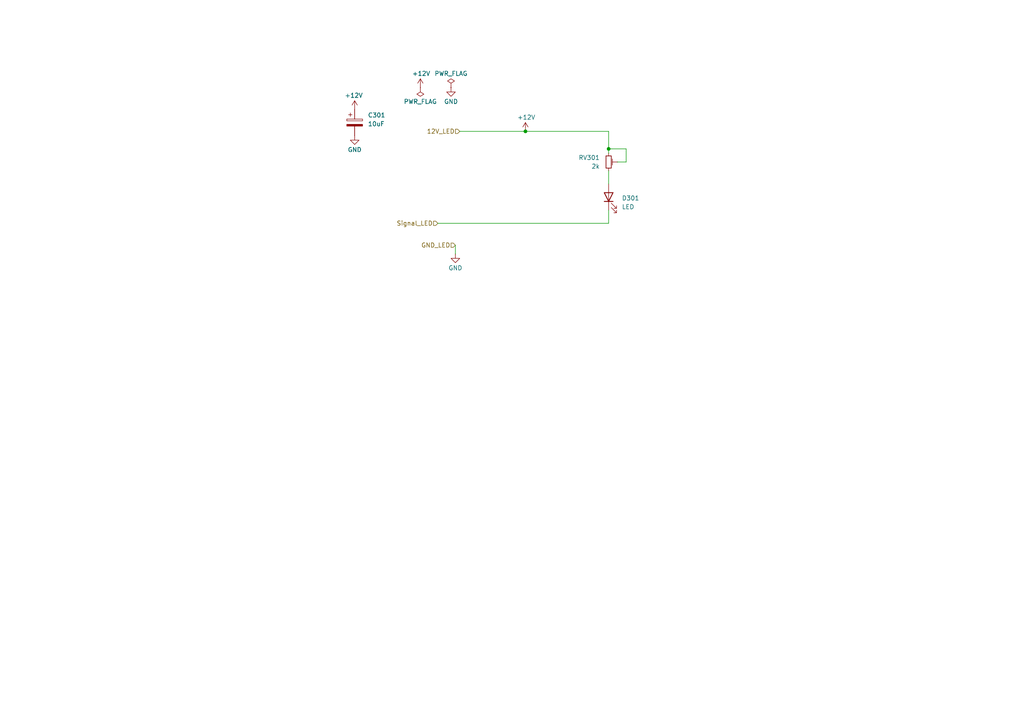
<source format=kicad_sch>
(kicad_sch (version 20231120) (generator "eeschema") (generator_version "8.0")
  (paper "A4")
  (title_block (title "Light Signal") (date "2024-10-23") (rev "v1") (company "suuppl") (comment 1 "2024 (c) EUPL v1.2"))
  (lib_symbols
    (symbol "Capacitor_AKL:CP_Radial_D5.0mm_P2.00mm" (pin_numbers hide) (pin_names (offset 0.254))
      (property "Reference" "C" (at 0.635 2.54 0))
      (property "Value" "CP_Radial_D5.0mm_P2.00mm" (at 0.635 -2.54 0))
      (symbol "CP_Radial_D5.0mm_P2.00mm_0_1"
        (rectangle (start -2.286 0.508) (end 2.286 1.016))
        (polyline (pts (xy -1.778 2.286) (xy -0.762 2.286)))
        (polyline (pts (xy -1.27 2.794) (xy -1.27 1.778)))
        (rectangle (start 2.286 -0.508) (end -2.286 -1.016) (fill (type outline)))
      )
      (symbol "CP_Radial_D5.0mm_P2.00mm_1_1"
        (pin passive line (at 0 3.81 270) (length 2.794) (name "~") (number "1"))
        (pin passive line (at 0 -3.81 90) (length 2.794) (name "~") (number "2"))
      )
    )
    (symbol "Device:LED" (pin_numbers hide) (pin_names (offset 1.016) hide)
      (property "Reference" "D" (at 0 2.54 0))
      (property "Value" "LED" (at 0 -2.54 0))
      (symbol "LED_0_1"
        (polyline (pts (xy -1.27 -1.27) (xy -1.27 1.27)) (stroke (width 0.254)))
        (polyline (pts (xy -1.27 0) (xy 1.27 0)))
        (polyline (pts (xy 1.27 -1.27) (xy 1.27 1.27) (xy -1.27 0) (xy 1.27 -1.27)) (stroke (width 0.254)))
        (polyline (pts (xy -3.048 -0.762) (xy -4.572 -2.286) (xy -3.81 -2.286) (xy -4.572 -2.286) (xy -4.572 -1.524)))
        (polyline (pts (xy -1.778 -0.762) (xy -3.302 -2.286) (xy -2.54 -2.286) (xy -3.302 -2.286) (xy -3.302 -1.524)))
      )
      (symbol "LED_1_1"
        (pin passive line (at -3.81 0 0) (length 2.54) (name "K") (number "1"))
        (pin passive line (at 3.81 0 180) (length 2.54) (name "A") (number "2"))
      )
    )
    (symbol "Seppl_Device:R_Potentiometer_Trim_Small" (pin_numbers hide) (pin_names (offset 1.016) hide)
      (property "Reference" "RV" (at -4.445 0 90))
      (property "Value" "R_Potentiometer_Trim_Small" (at -2.54 0 90))
      (symbol "R_Potentiometer_Trim_Small_0_1"
        (rectangle (start -0.76 1.78) (end 0.76 -1.78) (stroke (width 0.2032)))
        (polyline (pts (xy 0 -1.78) (xy 0 -2.54)))
        (polyline (pts (xy 0 1.78) (xy 0 2.54)))
        (polyline (pts (xy 1.0885 0.8805) (xy 1.0885 -0.8779)))
        (polyline (pts (xy 1.0941 0) (xy 2.54 0)))
      )
      (symbol "R_Potentiometer_Trim_Small_1_1"
        (pin passive line (at 0 2.54 270) (length 0) (name "1") (number "1"))
        (pin passive line (at 2.54 0 180) (length 0) (name "2") (number "2"))
        (pin passive line (at 0 -2.54 90) (length 0) (name "3") (number "3"))
      )
    )
    (symbol "Seppl_power:PWR_FLAG" (power) (pin_numbers hide) (pin_names (offset 0) hide)
      (property "Value" "PWR_FLAG" (at 0 3.81 0))
      (symbol "PWR_FLAG_0_0"
        (pin power_out line (at 0 0 90) (length 0) (name "pwr") (number "1"))
      )
      (symbol "PWR_FLAG_0_1"
        (polyline (pts (xy 0 0) (xy 0 1.27) (xy -1.016 1.905) (xy 0 2.54) (xy 1.016 1.905) (xy 0 1.27)))
      )
    )
    (symbol "power:+12V" (power) (pin_numbers hide) (pin_names (offset 0) hide)
      (property "Value" "+12V" (at 0 3.556 0))
      (symbol "+12V_0_1"
        (polyline (pts (xy -0.762 1.27) (xy 0 2.54)))
        (polyline (pts (xy 0 0) (xy 0 2.54)))
        (polyline (pts (xy 0 2.54) (xy 0.762 1.27)))
      )
      (symbol "+12V_1_1"
        (pin power_in line (at 0 0 90) (length 0) (name "~") (number "1"))
      )
    )
    (symbol "power:GND" (power) (pin_numbers hide) (pin_names (offset 0) hide)
      (property "Value" "GND" (at 0 -3.81 0))
      (symbol "GND_0_1"
        (polyline (pts (xy 0 0) (xy 0 -1.27) (xy 1.27 -1.27) (xy 0 -2.54) (xy -1.27 -1.27) (xy 0 -1.27)))
      )
      (symbol "GND_1_1"
        (pin power_in line (at 0 0 270) (length 0) (name "~") (number "1"))
      )
    )
  )
  (junction (at 176.53 43.18))
  (junction (at 152.4 38.1))
  (wire (pts (xy 176.53 49.53) (xy 176.53 53.34)))
  (wire (pts (xy 176.53 43.18) (xy 176.53 44.45)))
  (wire (pts (xy 181.61 46.99) (xy 181.61 43.18)))
  (wire (pts (xy 176.53 43.18) (xy 181.61 43.18)))
  (wire (pts (xy 179.07 46.99) (xy 181.61 46.99)))
  (wire (pts (xy 176.53 60.96) (xy 176.53 64.77)))
  (wire (pts (xy 152.4 38.1) (xy 176.53 38.1)))
  (wire (pts (xy 127 64.77) (xy 176.53 64.77)))
  (wire (pts (xy 176.53 38.1) (xy 176.53 43.18)))
  (wire (pts (xy 132.08 73.66) (xy 132.08 71.12)))
  (wire (pts (xy 133.35 38.1) (xy 152.4 38.1)))
  (hierarchical_label "Signal_LED" (shape input) (at 127 64.77 180))
  (hierarchical_label "GND_LED" (shape input) (at 132.08 71.12 180))
  (hierarchical_label "12V_LED" (shape input) (at 133.35 38.1 180))
  (symbol (lib_id "power:GND") (at 130.81 25.4 0) (mirror y) (unit 1)
    (property "Reference" "#PWR0304" (effects (hide yes)))
    (property "Value" "GND" (at 130.81 29.464 0))
    (property "Description" "Power symbol creates a global label with name \"GND\" , ground" (effects (hide yes)))
  )
  (symbol (lib_id "Capacitor_AKL:CP_Radial_D5.0mm_P2.00mm") (at 102.87 35.56 0) (unit 1)
    (property "Reference" "C301" (at 106.68 33.4009 0) (effects (justify left)))
    (property "Value" "10uF" (at 106.68 35.9409 0) (effects (justify left)))
    (property "Footprint" "Capacitor_THT_AKL:CP_Radial_D5.0mm_P2.00mm" (effects (hide yes)))
    (property "Description" "THT Electrolytic Capacitor, 5.0mm Diameter, 2.00mm Pitch, European Symbol, Alternate KiCad Library" (effects (hide yes)))
  )
  (symbol (lib_id "power:+12V") (at 102.87 31.75 0) (unit 1)
    (property "Reference" "#PWR0301" (effects (hide yes)))
    (property "Value" "+12V" (at 102.616 27.686 0))
    (property "Description" "Power symbol creates a global label with name \"+12V\"" (effects (hide yes)))
  )
  (symbol (lib_id "Device:LED") (at 176.53 57.15 90) (unit 1)
    (property "Reference" "D301" (at 180.34 57.4674 90) (effects (justify right)))
    (property "Value" "LED" (at 180.34 60.0074 90) (effects (justify right)))
    (property "Description" "Light emitting diode" (effects (hide yes)))
  )
  (symbol (lib_id "power:+12V") (at 152.4 38.1 0) (mirror y) (unit 1)
    (property "Reference" "#PWR0305" (effects (hide yes)))
    (property "Value" "+12V" (at 152.654 34.036 0))
    (property "Description" "Power symbol creates a global label with name \"+12V\"" (effects (hide yes)))
  )
  (symbol (lib_id "Seppl_power:PWR_FLAG") (at 130.81 25.4 0) (unit 1)
    (property "Reference" "#FLG0302" (effects (hide yes)))
    (property "Value" "PWR_FLAG" (at 130.81 21.336 0))
    (property "Description" "Special symbol for telling ERC where power comes from" (effects (hide yes)))
  )
  (symbol (lib_id "power:+12V") (at 121.92 25.4 0) (mirror y) (unit 1)
    (property "Reference" "#PWR0303" (effects (hide yes)))
    (property "Value" "+12V" (at 122.174 21.336 0))
    (property "Description" "Power symbol creates a global label with name \"+12V\"" (effects (hide yes)))
  )
  (symbol (lib_id "Seppl_Device:R_Potentiometer_Trim_Small") (at 176.53 46.99 0) (unit 1)
    (property "Reference" "RV301" (at 173.99 45.7199 0) (effects (justify right)))
    (property "Value" "2k" (at 173.99 48.2599 0) (effects (justify right)))
    (property "Description" "Trim-potentiometer" (effects (hide yes)))
  )
  (symbol (lib_id "power:GND") (at 102.87 39.37 0) (unit 1)
    (property "Reference" "#PWR0302" (effects (hide yes)))
    (property "Value" "GND" (at 102.87 43.434 0))
    (property "Description" "Power symbol creates a global label with name \"GND\" , ground" (effects (hide yes)))
  )
  (symbol (lib_id "Seppl_power:PWR_FLAG") (at 121.92 25.4 180) (unit 1)
    (property "Reference" "#FLG0301" (effects (hide yes)))
    (property "Value" "PWR_FLAG" (at 121.92 29.464 0))
    (property "Description" "Special symbol for telling ERC where power comes from" (effects (hide yes)))
  )
  (symbol (lib_id "power:GND") (at 132.08 73.66 0) (mirror y) (unit 1)
    (property "Reference" "#PWR0306" (effects (hide yes)))
    (property "Value" "GND" (at 132.08 77.724 0))
    (property "Description" "Power symbol creates a global label with name \"GND\" , ground" (effects (hide yes)))
  )
)
</source>
